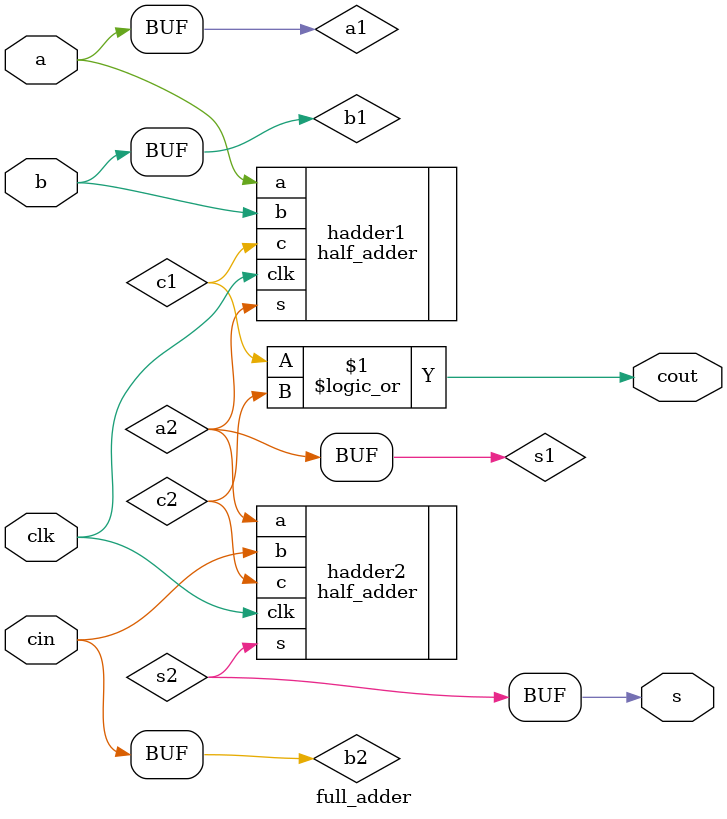
<source format=v>

module full_adder(
  input  wire a,
  input  wire b,
  input  wire cin,
  input  wire clk,

  output wire s,
  output wire cout
);

wire a1, b1, a2, b2;
wire s1, c1, s2, c2;

half_adder hadder1(.a(a1), .b(b1),   .s(s1), .c(c1), .clk(clk));
half_adder hadder2(.a(a2), .b(b2),   .s(s2), .c(c2), .clk(clk));

assign a1 = a;
assign b1 = b;
assign a2 = s1;
assign b2 = cin;

assign s  = s2;
assign cout = c1 || c2;

endmodule

</source>
